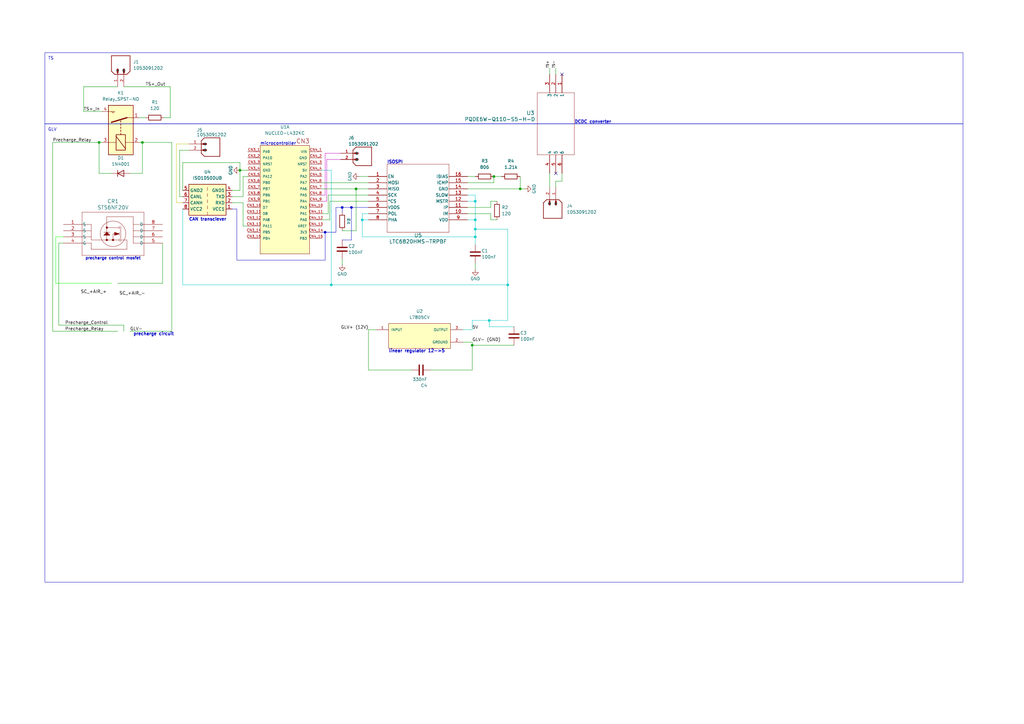
<source format=kicad_sch>
(kicad_sch (version 20230121) (generator eeschema)
  (paper "A3")
  (lib_symbols
    (symbol "1_ACC_BOARD:L7805CV" (pin_names (offset 1.016))
      (property "Reference" "U" (at -12.7 5.842 0))
      (property "Value" "L7805CV" (at -12.7 -7.62 0))
      (symbol "L7805CV_0_0"
        (rectangle (start -12.7 -5.08) (end 12.7 5.08) (stroke (width 0.1524)) (fill (type background)))
        (pin input line (at -17.78 2.54 0) (length 5.08) (name "INPUT") (number "1"))
        (pin power_in line (at 17.78 -2.54 180) (length 5.08) (name "GROUND") (number "2"))
        (pin output line (at 17.78 2.54 180) (length 5.08) (name "OUTPUT") (number "3"))
      )
    )
    (symbol "1_ACC_BOARD:LTC6820HMS-TRPBF" (pin_names (offset 0.254))
      (property "Reference" "U" (at 20.32 10.16 0))
      (property "Value" "LTC6820HMS-TRPBF" (at 20.32 7.62 0))
      (symbol "LTC6820HMS-TRPBF_0_1"
        (polyline (pts (xy 7.62 -22.86) (xy 33.02 -22.86)) (stroke (width 0.127)))
        (polyline (pts (xy 7.62 5.08) (xy 7.62 -22.86)) (stroke (width 0.127)))
        (polyline (pts (xy 33.02 -22.86) (xy 33.02 5.08)) (stroke (width 0.127)))
        (polyline (pts (xy 33.02 5.08) (xy 7.62 5.08)) (stroke (width 0.127)))
        (pin input line (at 0 0 0) (length 7.62) (name "EN") (number "1"))
        (pin bidirectional line (at 40.64 -15.24 180) (length 7.62) (name "IM") (number "10"))
        (pin bidirectional line (at 40.64 -12.7 180) (length 7.62) (name "IP") (number "11"))
        (pin input line (at 40.64 -10.16 180) (length 7.62) (name "MSTR") (number "12"))
        (pin input line (at 40.64 -7.62 180) (length 7.62) (name "SLOW") (number "13"))
        (pin power_out line (at 40.64 -5.08 180) (length 7.62) (name "GND") (number "14"))
        (pin unspecified line (at 40.64 -2.54 180) (length 7.62) (name "ICMP") (number "15"))
        (pin power_in line (at 40.64 0 180) (length 7.62) (name "IBIAS") (number "16"))
        (pin bidirectional line (at 0 -2.54 0) (length 7.62) (name "MOSI") (number "2"))
        (pin bidirectional line (at 0 -5.08 0) (length 7.62) (name "MISO") (number "3"))
        (pin bidirectional line (at 0 -7.62 0) (length 7.62) (name "SCK") (number "4"))
        (pin bidirectional line (at 0 -10.16 0) (length 7.62) (name "*CS") (number "5"))
        (pin power_in line (at 0 -12.7 0) (length 7.62) (name "VDDS") (number "6"))
        (pin input line (at 0 -15.24 0) (length 7.62) (name "POL") (number "7"))
        (pin input line (at 0 -17.78 0) (length 7.62) (name "PHA") (number "8"))
        (pin power_in line (at 40.64 -17.78 180) (length 7.62) (name "VDD") (number "9"))
      )
    )
    (symbol "1_ACC_BOARD:NUCLEO-L432KC" (pin_names (offset 1.016))
      (property "Reference" "U" (at 10.16 21.082 0))
      (property "Value" "NUCLEO-L432KC" (at -7.62 -25.4 0))
      (symbol "NUCLEO-L432KC_1_0"
        (rectangle (start -10.16 17.78) (end 10.16 -26.67) (stroke (width 0.1524)) (fill (type background)))
        (text "CN3" (at 10.16 18.542 0) (effects (font (size 1.778 1.778)) (justify right bottom)))
        (pin bidirectional line (at -15.24 15.24 0) (length 5.08) (name "PA9") (number "CN3_1"))
        (pin bidirectional line (at -15.24 -12.7 0) (length 5.08) (name "PA8") (number "CN3_12"))
        (pin bidirectional line (at -15.24 -15.24 0) (length 5.08) (name "PA11") (number "CN3_13"))
        (pin bidirectional line (at -15.24 -17.78 0) (length 5.08) (name "PB5") (number "CN3_14"))
        (pin bidirectional line (at -15.24 -20.32 0) (length 5.08) (name "PB4") (number "CN3_15"))
        (pin bidirectional line (at -15.24 12.7 0) (length 5.08) (name "PA10") (number "CN3_2"))
        (pin bidirectional line (at -15.24 5.08 0) (length 5.08) (name "PA12") (number "CN3_5"))
        (pin bidirectional line (at -15.24 2.54 0) (length 5.08) (name "PB0") (number "CN3_6"))
        (pin bidirectional line (at -15.24 0 0) (length 5.08) (name "PB7") (number "CN3_7"))
        (pin bidirectional line (at -15.24 -2.54 0) (length 5.08) (name "PB6") (number "CN3_8"))
        (pin bidirectional line (at -15.24 -5.08 0) (length 5.08) (name "PB1") (number "CN3_9"))
      )
      (symbol "NUCLEO-L432KC_1_1"
        (pin bidirectional line (at -15.24 -7.62 0) (length 5.08) (name "D7") (number "CN3_10"))
        (pin bidirectional line (at -15.24 -10.16 0) (length 5.08) (name "D8") (number "CN3_11"))
        (pin bidirectional line (at -15.24 10.16 0) (length 5.08) (name "NRST") (number "CN3_3"))
        (pin power_in line (at -15.24 7.62 0) (length 5.08) (name "GND") (number "CN3_4"))
        (pin power_in line (at 15.24 15.24 180) (length 5.08) (name "VIN") (number "CN4_1"))
        (pin bidirectional line (at 15.24 -7.62 180) (length 5.08) (name "PA3") (number "CN4_10"))
        (pin bidirectional line (at 15.24 -10.16 180) (length 5.08) (name "PA1") (number "CN4_11"))
        (pin bidirectional line (at 15.24 -12.7 180) (length 5.08) (name "PA0") (number "CN4_12"))
        (pin bidirectional line (at 15.24 -15.24 180) (length 5.08) (name "AREF") (number "CN4_13"))
        (pin power_out line (at 15.24 -17.78 180) (length 5.08) (name "3V3") (number "CN4_14"))
        (pin bidirectional line (at 15.24 -20.32 180) (length 5.08) (name "PB3") (number "CN4_15"))
        (pin power_in line (at 15.24 12.7 180) (length 5.08) (name "GND") (number "CN4_2"))
        (pin bidirectional line (at 15.24 10.16 180) (length 5.08) (name "NRST") (number "CN4_3"))
        (pin power_out line (at 15.24 7.62 180) (length 5.08) (name "5V") (number "CN4_4"))
        (pin bidirectional line (at 15.24 5.08 180) (length 5.08) (name "PA2") (number "CN4_5"))
        (pin bidirectional line (at 15.24 2.54 180) (length 5.08) (name "PA7") (number "CN4_6"))
        (pin bidirectional line (at 15.24 0 180) (length 5.08) (name "PA6") (number "CN4_7"))
        (pin bidirectional line (at 15.24 -2.54 180) (length 5.08) (name "PA5") (number "CN4_8"))
        (pin bidirectional line (at 15.24 -5.08 180) (length 5.08) (name "PA4") (number "CN4_9"))
      )
      (symbol "NUCLEO-L432KC_2_0"
        (rectangle (start -10.16 -17.78) (end 10.16 17.78) (stroke (width 0.1524)) (fill (type background)))
        (text "CN4" (at -10.16 18.542 0) (effects (font (size 1.778 1.778)) (justify left bottom)))
        (pin input line (at -15.24 7.62 0) (length 5.08) (name "VIN") (number "CN4_1"))
        (pin bidirectional line (at -15.24 -10.16 0) (length 5.08) (name "PA3") (number "CN4_10"))
        (pin bidirectional line (at -15.24 -5.08 0) (length 5.08) (name "PA1") (number "CN4_11"))
        (pin bidirectional line (at -15.24 -2.54 0) (length 5.08) (name "PA0") (number "CN4_12"))
        (pin bidirectional line (at 15.24 7.62 180) (length 5.08) (name "AREF") (number "CN4_13"))
        (pin power_in line (at 15.24 12.7 180) (length 5.08) (name "+3V3") (number "CN4_14"))
        (pin bidirectional line (at 15.24 2.54 180) (length 5.08) (name "PB3") (number "CN4_15"))
        (pin power_in line (at 15.24 -15.24 180) (length 5.08) (name "GND_CN4") (number "CN4_2"))
        (pin bidirectional line (at -15.24 2.54 0) (length 5.08) (name "NRST_CN4") (number "CN4_3"))
        (pin power_in line (at 15.24 15.24 180) (length 5.08) (name "+5V") (number "CN4_4"))
        (pin bidirectional line (at -15.24 -7.62 0) (length 5.08) (name "PA2") (number "CN4_5"))
        (pin bidirectional line (at 15.24 -10.16 180) (length 5.08) (name "PA7") (number "CN4_6"))
        (pin bidirectional line (at 15.24 -7.62 180) (length 5.08) (name "PA6") (number "CN4_7"))
        (pin bidirectional line (at 15.24 -5.08 180) (length 5.08) (name "PA5") (number "CN4_8"))
        (pin bidirectional line (at 15.24 -2.54 180) (length 5.08) (name "PA4") (number "CN4_9"))
      )
      (symbol "NUCLEO-L432KC_2_1"
        (pin bidirectional line (at 17.78 6.35 180) (length 5.08) (name "PA2") (number "-UB"))
      )
    )
    (symbol "1_ACC_BOARD:PQDE6W-Q110-S5-H-D" (pin_names (offset 0.254))
      (property "Reference" "U" (at 20.32 10.16 0))
      (property "Value" "PQDE6W-Q110-S5-H-D" (at 20.32 7.62 0))
      (symbol "PQDE6W-Q110-S5-H-D_0_1"
        (polyline (pts (xy 7.62 -10.16) (xy 33.02 -10.16)) (stroke (width 0.127)))
        (polyline (pts (xy 7.62 5.08) (xy 7.62 -10.16)) (stroke (width 0.127)))
        (polyline (pts (xy 33.02 -10.16) (xy 33.02 5.08)) (stroke (width 0.127)))
        (polyline (pts (xy 33.02 5.08) (xy 7.62 5.08)) (stroke (width 0.127)))
        (pin unspecified line (at 0 0 0) (length 7.62) (name "1") (number "1"))
        (pin unspecified line (at 0 -2.54 0) (length 7.62) (name "2") (number "2"))
        (pin unspecified line (at 0 -5.08 0) (length 7.62) (name "3") (number "3"))
        (pin unspecified line (at 40.64 -5.08 180) (length 7.62) (name "4") (number "4"))
        (pin unspecified line (at 40.64 -2.54 180) (length 7.62) (name "5") (number "5"))
        (pin unspecified line (at 40.64 0 180) (length 7.62) (name "6") (number "6"))
      )
    )
    (symbol "1_ACC_BOARD:STS6NF20V" (pin_names (offset 0.254))
      (property "Reference" "CR" (at 20.32 10.16 0))
      (property "Value" "STS6NF20V" (at 20.32 7.62 0))
      (symbol "STS6NF20V_0_1"
        (polyline (pts (xy 7.62 -12.7) (xy 33.02 -12.7)) (stroke (width 0.127)))
        (polyline (pts (xy 7.62 -5.08) (xy 11.43 -5.08)) (stroke (width 0.127)))
        (polyline (pts (xy 7.62 -2.54) (xy 11.43 -2.54)) (stroke (width 0.127)))
        (polyline (pts (xy 7.62 0) (xy 11.43 0)) (stroke (width 0.127)))
        (polyline (pts (xy 7.62 5.08) (xy 7.62 -12.7)) (stroke (width 0.127)))
        (polyline (pts (xy 11.43 -10.16) (xy 11.43 -7.62)) (stroke (width 0.127)))
        (polyline (pts (xy 11.43 -7.62) (xy 7.62 -7.62)) (stroke (width 0.127)))
        (polyline (pts (xy 11.43 -6.35) (xy 14.605 -6.35)) (stroke (width 0.127)))
        (polyline (pts (xy 11.43 0) (xy 11.43 -6.35)) (stroke (width 0.127)))
        (polyline (pts (xy 16.51 -4.445) (xy 17.78 -3.175)) (stroke (width 0.127)))
        (polyline (pts (xy 16.51 -4.445) (xy 19.05 -4.445)) (stroke (width 0.127)))
        (polyline (pts (xy 16.51 -3.175) (xy 19.05 -3.175)) (stroke (width 0.127)))
        (polyline (pts (xy 17.78 -6.35) (xy 17.78 3.175)) (stroke (width 0.127)))
        (polyline (pts (xy 17.78 3.175) (xy 28.575 3.175)) (stroke (width 0.127)))
        (polyline (pts (xy 19.05 -4.445) (xy 17.78 -3.175)) (stroke (width 0.127)))
        (polyline (pts (xy 20.32 -3.81) (xy 20.32 -6.35)) (stroke (width 0.127)))
        (polyline (pts (xy 20.32 -3.81) (xy 22.86 -3.81)) (stroke (width 0.127)))
        (polyline (pts (xy 20.955 -4.445) (xy 22.86 -3.81)) (stroke (width 0.127)))
        (polyline (pts (xy 20.955 -3.175) (xy 20.955 -4.445)) (stroke (width 0.127)))
        (polyline (pts (xy 22.86 -6.985) (xy 22.86 -5.715)) (stroke (width 0.127)))
        (polyline (pts (xy 22.86 -6.35) (xy 14.605 -6.35)) (stroke (width 0.127)))
        (polyline (pts (xy 22.86 -4.445) (xy 22.86 -3.175)) (stroke (width 0.127)))
        (polyline (pts (xy 22.86 -3.81) (xy 20.955 -3.175)) (stroke (width 0.127)))
        (polyline (pts (xy 22.86 -1.905) (xy 22.86 -0.635)) (stroke (width 0.127)))
        (polyline (pts (xy 22.86 -1.27) (xy 17.78 -1.27)) (stroke (width 0.127)))
        (polyline (pts (xy 23.495 -6.35) (xy 26.035 -6.35)) (stroke (width 0.127)))
        (polyline (pts (xy 23.495 -0.635) (xy 23.495 -6.985)) (stroke (width 0.127)))
        (polyline (pts (xy 26.035 -10.16) (xy 11.43 -10.16)) (stroke (width 0.127)))
        (polyline (pts (xy 26.035 -6.35) (xy 26.035 -10.16)) (stroke (width 0.127)))
        (polyline (pts (xy 28.575 -7.62) (xy 33.02 -7.62)) (stroke (width 0.127)))
        (polyline (pts (xy 28.575 3.175) (xy 28.575 -7.62)) (stroke (width 0.127)))
        (polyline (pts (xy 33.02 -12.7) (xy 33.02 5.08)) (stroke (width 0.127)))
        (polyline (pts (xy 33.02 -5.08) (xy 28.575 -5.08)) (stroke (width 0.127)))
        (polyline (pts (xy 33.02 -2.54) (xy 28.575 -2.54)) (stroke (width 0.127)))
        (polyline (pts (xy 33.02 0) (xy 28.575 0)) (stroke (width 0.127)))
        (polyline (pts (xy 33.02 5.08) (xy 7.62 5.08)) (stroke (width 0.127)))
        (polyline (pts (xy 16.51 -4.445) (xy 17.78 -3.175) (xy 19.05 -4.445)) (fill (type outline)))
        (polyline (pts (xy 20.955 -3.175) (xy 20.955 -4.445) (xy 22.86 -3.81)) (fill (type outline)))
        (circle (center 17.78 -6.35) (radius 0.254) (stroke (width 0.381)))
        (circle (center 17.78 -1.27) (radius 0.254) (stroke (width 0.381)))
        (circle (center 20.32 -6.35) (radius 0.254) (stroke (width 0.381)))
        (circle (center 20.32 -3.81) (radius 5.2324) (stroke (width 0.127)))
        (pin unspecified line (at 0 0 0) (length 7.62) (name "S") (number "1"))
        (pin unspecified line (at 0 -2.54 0) (length 7.62) (name "S") (number "2"))
        (pin unspecified line (at 0 -5.08 0) (length 7.62) (name "S") (number "3"))
        (pin unspecified line (at 0 -7.62 0) (length 7.62) (name "G") (number "4"))
        (pin unspecified line (at 40.64 -7.62 180) (length 7.62) (name "D") (number "5"))
        (pin unspecified line (at 40.64 -5.08 180) (length 7.62) (name "D") (number "6"))
        (pin unspecified line (at 40.64 -2.54 180) (length 7.62) (name "D") (number "7"))
        (pin unspecified line (at 40.64 0 180) (length 7.62) (name "D") (number "8"))
      )
    )
    (symbol "Device:C" (pin_numbers hide) (pin_names (offset 0.254))
      (property "Reference" "C" (at 0.635 2.54 0))
      (property "Value" "C" (at 0.635 -2.54 0))
      (symbol "C_0_1"
        (polyline (pts (xy -2.032 -0.762) (xy 2.032 -0.762)) (stroke (width 0.508)))
        (polyline (pts (xy -2.032 0.762) (xy 2.032 0.762)) (stroke (width 0.508)))
      )
      (symbol "C_1_1"
        (pin passive line (at 0 3.81 270) (length 2.794) (name "~") (number "1"))
        (pin passive line (at 0 -3.81 90) (length 2.794) (name "~") (number "2"))
      )
    )
    (symbol "Device:R" (pin_numbers hide) (pin_names (offset 0))
      (property "Reference" "R1" (at 6.35 0 90))
      (property "Value" "120" (at 3.81 0 90))
      (symbol "R_0_1"
        (rectangle (start -1.016 -2.54) (end 1.016 2.54) (stroke (width 0.254)))
      )
      (symbol "R_1_1"
        (pin passive line (at 0 -3.81 90) (length 1.27) (name "~") (number "+"))
        (pin passive line (at 0 3.81 270) (length 1.27) (name "~") (number "-"))
      )
    )
    (symbol "Diode:1N4001" (pin_numbers hide) (pin_names hide)
      (property "Reference" "D" (at 0 2.54 0))
      (property "Value" "1N4001" (at 0 -2.54 0))
      (symbol "1N4001_0_1"
        (polyline (pts (xy -1.27 1.27) (xy -1.27 -1.27)) (stroke (width 0.254)))
        (polyline (pts (xy 1.27 0) (xy -1.27 0)))
        (polyline (pts (xy 1.27 1.27) (xy 1.27 -1.27) (xy -1.27 0) (xy 1.27 1.27)) (stroke (width 0.254)))
      )
      (symbol "1N4001_1_1"
        (pin passive line (at -3.81 0 0) (length 2.54) (name "K") (number "1"))
        (pin passive line (at 3.81 0 180) (length 2.54) (name "A") (number "2"))
      )
    )
    (symbol "Interface_CAN_LIN:ISO1050DUB"
      (property "Reference" "U" (at -6.35 6.35 0))
      (property "Value" "ISO1050DUB" (at 2.54 6.35 0))
      (symbol "ISO1050DUB_0_1"
        (rectangle (start -7.62 5.08) (end 7.62 -7.62) (stroke (width 0.254)) (fill (type background)))
        (polyline (pts (xy 0 -5.08) (xy 0 -6.35)))
        (polyline (pts (xy 0 -2.54) (xy 0 -3.81)))
        (polyline (pts (xy 0 0) (xy 0 -1.27)))
        (polyline (pts (xy 0 2.54) (xy 0 1.27)))
        (polyline (pts (xy 0 5.08) (xy 0 3.81)))
      )
      (symbol "ISO1050DUB_1_1"
        (pin power_in line (at -10.16 2.54 0) (length 2.54) (name "VCC1") (number "1"))
        (pin output line (at -10.16 0 0) (length 2.54) (name "RXD") (number "2"))
        (pin input line (at -10.16 -2.54 0) (length 2.54) (name "TXD") (number "3"))
        (pin power_in line (at -10.16 -5.08 0) (length 2.54) (name "GND1") (number "4"))
        (pin power_in line (at 10.16 -5.08 180) (length 2.54) (name "GND2") (number "5"))
        (pin bidirectional line (at 10.16 -2.54 180) (length 2.54) (name "CANL") (number "6"))
        (pin bidirectional line (at 10.16 0 180) (length 2.54) (name "CANH") (number "7"))
        (pin power_in line (at 10.16 2.54 180) (length 2.54) (name "VCC2") (number "8"))
      )
    )
    (symbol "R_1" (pin_numbers hide) (pin_names (offset 0))
      (property "Reference" "R" (at 2.032 0 90))
      (property "Value" "R" (at 0 0 90))
      (symbol "R_1_0_1"
        (rectangle (start -1.016 -2.54) (end 1.016 2.54) (stroke (width 0.254)))
      )
      (symbol "R_1_1_1"
        (pin passive line (at 0 3.81 270) (length 1.27) (name "~") (number "1"))
        (pin passive line (at 0 -3.81 90) (length 1.27) (name "~") (number "2"))
      )
    )
    (symbol "R_2" (pin_numbers hide) (pin_names (offset 0))
      (property "Reference" "R" (at 2.032 0 90))
      (property "Value" "R" (at 0 0 90))
      (symbol "R_2_0_1"
        (rectangle (start -1.016 -2.54) (end 1.016 2.54) (stroke (width 0.254)))
      )
      (symbol "R_2_1_1"
        (pin passive line (at 0 3.81 270) (length 1.27) (name "~") (number "1"))
        (pin passive line (at 0 -3.81 90) (length 1.27) (name "~") (number "2"))
      )
    )
    (symbol "R_3" (pin_numbers hide) (pin_names (offset 0))
      (property "Reference" "R" (at 2.032 0 90))
      (property "Value" "R" (at 0 0 90))
      (symbol "R_3_0_1"
        (rectangle (start -1.016 -2.54) (end 1.016 2.54) (stroke (width 0.254)))
      )
      (symbol "R_3_1_1"
        (pin passive line (at 0 3.81 270) (length 1.27) (name "~") (number "1"))
        (pin passive line (at 0 -3.81 90) (length 1.27) (name "~") (number "2"))
      )
    )
    (symbol "Relay:Relay_SPST-NO"
      (property "Reference" "K1" (at 15.24 0 90))
      (property "Value" "Relay_SPST-NO" (at 12.7 0 90))
      (symbol "Relay_SPST-NO_0_0"
        (polyline (pts (xy 7.62 5.08) (xy 7.62 2.54) (xy 6.985 3.175) (xy 7.62 3.81)))
      )
      (symbol "Relay_SPST-NO_0_1"
        (rectangle (start -10.16 5.08) (end 10.16 -5.08) (stroke (width 0.254)) (fill (type background)))
        (rectangle (start -8.255 1.905) (end -1.905 -1.905) (stroke (width 0.254)))
        (polyline (pts (xy -7.62 -1.905) (xy -2.54 1.905)) (stroke (width 0.254)))
        (polyline (pts (xy -5.08 -5.08) (xy -5.08 -1.905)))
        (polyline (pts (xy -5.08 5.08) (xy -5.08 1.905)))
        (polyline (pts (xy -1.905 0) (xy -1.27 0)) (stroke (width 0.254)))
        (polyline (pts (xy -0.635 0) (xy 0 0)) (stroke (width 0.254)))
        (polyline (pts (xy 0.635 0) (xy 1.27 0)) (stroke (width 0.254)))
        (polyline (pts (xy 1.905 0) (xy 2.54 0)) (stroke (width 0.254)))
        (polyline (pts (xy 3.175 0) (xy 3.81 0)) (stroke (width 0.254)))
        (polyline (pts (xy 5.08 -2.54) (xy 3.175 3.81)) (stroke (width 0.508)))
        (polyline (pts (xy 5.08 -2.54) (xy 5.08 -5.08)))
      )
      (symbol "Relay_SPST-NO_1_1"
        (pin passive line (at 5.08 -7.62 90) (length 2.54) (name "~") (number "1"))
        (pin passive line (at -5.08 -7.62 90) (length 2.54) (name "~") (number "2"))
        (pin passive line (at -5.08 7.62 270) (length 2.54) (name "~") (number "3"))
        (pin passive line (at 7.62 7.62 270) (length 2.54) (name "~") (number "4"))
      )
    )
    (symbol "molex_1053091202:1053091202" (pin_names (offset 1.016))
      (property "Reference" "J" (at 0 3.81 0))
      (property "Value" "1053091202" (at 0 -7.62 0))
      (symbol "1053091202_0_0"
        (polyline (pts (xy 0 -3.81) (xy 1.27 -5.08)) (stroke (width 0.254)))
        (polyline (pts (xy 0 -2.54) (xy 1.905 -2.54)) (stroke (width 0.254)))
        (polyline (pts (xy 0 0) (xy 0 -3.81)) (stroke (width 0.254)))
        (polyline (pts (xy 0 0) (xy 1.905 0)) (stroke (width 0.254)))
        (polyline (pts (xy 0 1.27) (xy 0 0)) (stroke (width 0.254)))
        (polyline (pts (xy 0 1.27) (xy 1.27 2.54)) (stroke (width 0.254)))
        (polyline (pts (xy 1.27 -5.08) (xy 7.62 -5.08)) (stroke (width 0.254)))
        (polyline (pts (xy 7.62 -5.08) (xy 7.62 2.54)) (stroke (width 0.254)))
        (polyline (pts (xy 7.62 2.54) (xy 1.27 2.54)) (stroke (width 0.254)))
        (rectangle (start 0.635 -2.8575) (end 2.2225 -2.2225) (stroke (width 0.1)) (fill (type outline)))
        (rectangle (start 0.635 -0.3175) (end 2.2225 0.3175) (stroke (width 0.1)) (fill (type outline)))
        (pin passive line (at -5.08 0 0) (length 5.08) (name "1") (number "1"))
        (pin passive line (at -5.08 -2.54 0) (length 5.08) (name "2") (number "2"))
      )
    )
    (symbol "power:GND" (power) (pin_names (offset 0))
      (property "Value" "GND" (at 0 -3.81 0))
      (symbol "GND_0_1"
        (polyline (pts (xy 0 0) (xy 0 -1.27) (xy 1.27 -1.27) (xy 0 -2.54) (xy -1.27 -1.27) (xy 0 -1.27)))
      )
      (symbol "GND_1_1"
        (pin power_in line (at 0 0 270) (length 0) hide (name "GND") (number "1"))
      )
    )
  )
  (junction (at 144.145 85.09) (color 0 0 194 1))
  (junction (at 40.64 58.42))
  (junction (at 194.945 82.55) (color 0 194 194 1))
  (junction (at 140.335 85.09) (color 0 0 194 1))
  (junction (at 213.36 77.47))
  (junction (at 58.42 58.42))
  (junction (at 148.59 90.17) (color 0 194 194 1))
  (junction (at 133.35 95.25) (color 0 0 194 1))
  (junction (at 208.28 116.84) (color 0 194 194 1))
  (junction (at 98.425 69.85))
  (junction (at 193.675 141.605))
  (junction (at 200.66 131.445) (color 0 194 194 1))
  (junction (at 202.565 72.39))
  (junction (at 194.945 93.98) (color 0 194 194 1))
  (junction (at 194.945 90.17) (color 0 194 194 1))
  (junction (at 146.05 77.47))
  (junction (at 135.89 116.84) (color 0 194 194 1))
  (junction (at 194.945 97.155) (color 0 194 194 1))
  (no_connect (at 227.965 71.12))
  (no_connect (at 230.505 30.48))
  (wire (pts (xy 201.295 82.55) (xy 203.835 82.55)))
  (wire (pts (xy 72.39 59.055) (xy 77.47 59.055)) (stroke (width 0) (color 194 194 0 1)))
  (wire (pts (xy 148.59 90.17) (xy 148.59 97.155)) (stroke (width 0) (color 0 194 194 1)))
  (wire (pts (xy 97.155 85.725) (xy 97.155 106.68)) (stroke (width 0) (color 0 0 194 1)))
  (wire (pts (xy 194.945 93.98) (xy 208.28 93.98)) (stroke (width 0) (color 0 194 194 1)))
  (wire (pts (xy 58.42 71.12) (xy 58.42 58.42)))
  (wire (pts (xy 48.26 35.56) (xy 34.29 35.56)))
  (wire (pts (xy 22.86 97.155) (xy 22.86 116.205)) (stroke (width 0) (color 0 255 0 1)))
  (wire (pts (xy 193.675 151.765) (xy 193.675 141.605)))
  (wire (pts (xy 134.62 80.01) (xy 151.13 80.01)))
  (wire (pts (xy 98.425 66.675) (xy 98.425 69.85)))
  (wire (pts (xy 191.77 87.63) (xy 201.295 87.63)))
  (wire (pts (xy 135.255 90.17) (xy 132.08 90.17)))
  (wire (pts (xy 191.77 82.55) (xy 194.945 82.55)) (stroke (width 0) (color 0 194 194 1)))
  (wire (pts (xy 53.34 71.12) (xy 58.42 71.12)))
  (wire (pts (xy 202.565 72.39) (xy 205.74 72.39)))
  (wire (pts (xy 135.89 116.84) (xy 208.28 116.84)) (stroke (width 0) (color 0 194 194 1)))
  (wire (pts (xy 66.675 99.695) (xy 66.675 116.205)))
  (wire (pts (xy 50.8 35.56) (xy 69.85 35.56)))
  (wire (pts (xy 200.66 133.985) (xy 210.82 133.985)) (stroke (width 0) (color 0 194 194 1)))
  (wire (pts (xy 26.035 97.155) (xy 22.86 97.155)) (stroke (width 0) (color 0 255 0 1)))
  (wire (pts (xy 140.335 106.045) (xy 140.335 108.585)))
  (wire (pts (xy 140.335 94.615) (xy 146.05 94.615)))
  (wire (pts (xy 22.86 116.205) (xy 45.72 116.205)) (stroke (width 0) (color 0 255 0 1)))
  (wire (pts (xy 34.29 45.72) (xy 41.91 45.72)))
  (wire (pts (xy 137.795 95.25) (xy 137.795 85.09)) (stroke (width 0) (color 0 0 194 1)))
  (wire (pts (xy 191.77 80.01) (xy 194.945 80.01)) (stroke (width 0) (color 0 194 194 1)))
  (wire (pts (xy 72.39 83.185) (xy 74.93 83.185)) (stroke (width 0) (color 194 194 0 1)))
  (wire (pts (xy 58.42 58.42) (xy 57.15 58.42)))
  (wire (pts (xy 134.62 80.01) (xy 134.62 87.63)))
  (wire (pts (xy 24.13 99.695) (xy 24.13 133.35)))
  (wire (pts (xy 148.59 90.17) (xy 151.13 90.17)) (stroke (width 0) (color 0 194 194 1)))
  (wire (pts (xy 69.85 48.26) (xy 67.31 48.26)))
  (wire (pts (xy 202.565 74.93) (xy 191.77 74.93)))
  (wire (pts (xy 99.695 83.185) (xy 95.25 83.185)))
  (wire (pts (xy 132.08 77.47) (xy 146.05 77.47)))
  (wire (pts (xy 148.59 87.63) (xy 148.59 90.17)) (stroke (width 0) (color 0 194 194 1)))
  (wire (pts (xy 50.8 133.35) (xy 50.8 135.89)))
  (wire (pts (xy 151.13 82.55) (xy 135.255 82.55)))
  (wire (pts (xy 191.77 72.39) (xy 194.945 72.39)))
  (wire (pts (xy 148.59 97.155) (xy 194.945 97.155)) (stroke (width 0) (color 0 194 194 1)))
  (wire (pts (xy 132.08 74.93) (xy 151.13 74.93)))
  (wire (pts (xy 133.985 82.55) (xy 132.08 82.55)) (stroke (width 0) (color 194 0 194 1)))
  (wire (pts (xy 200.66 131.445) (xy 193.675 131.445)) (stroke (width 0) (color 0 194 194 1)))
  (wire (pts (xy 146.05 77.47) (xy 146.05 94.615)))
  (wire (pts (xy 135.89 69.85) (xy 135.89 116.84)) (stroke (width 0) (color 0 194 194 1)))
  (wire (pts (xy 132.08 95.25) (xy 133.35 95.25)) (stroke (width 0) (color 0 0 194 1)))
  (wire (pts (xy 40.64 58.42) (xy 41.91 58.42)))
  (wire (pts (xy 194.945 82.55) (xy 194.945 90.17)) (stroke (width 0) (color 0 194 194 1)))
  (wire (pts (xy 133.35 80.01) (xy 132.08 80.01)) (stroke (width 0) (color 194 0 194 1)))
  (wire (pts (xy 74.93 85.725) (xy 74.93 116.84)) (stroke (width 0) (color 0 194 194 1)))
  (wire (pts (xy 225.425 71.12) (xy 225.425 76.835)))
  (wire (pts (xy 201.295 85.09) (xy 201.295 82.55)))
  (wire (pts (xy 202.565 72.39) (xy 202.565 74.93)))
  (wire (pts (xy 72.39 83.185) (xy 72.39 59.055)) (stroke (width 0) (color 194 194 0 1)))
  (wire (pts (xy 194.945 80.01) (xy 194.945 82.55)) (stroke (width 0) (color 0 194 194 1)))
  (wire (pts (xy 193.675 131.445) (xy 193.675 135.255)) (stroke (width 0) (color 0 194 194 1)))
  (wire (pts (xy 144.145 98.425) (xy 144.145 85.09)) (stroke (width 0) (color 0 0 194 1)))
  (wire (pts (xy 193.675 141.605) (xy 193.675 140.335)))
  (wire (pts (xy 230.505 74.295) (xy 230.505 71.12)))
  (wire (pts (xy 133.985 65.405) (xy 133.985 82.55)) (stroke (width 0) (color 194 0 194 1)))
  (wire (pts (xy 97.155 106.68) (xy 133.35 106.68)) (stroke (width 0) (color 0 0 194 1)))
  (wire (pts (xy 225.425 27.94) (xy 225.425 30.48)))
  (wire (pts (xy 213.36 72.39) (xy 213.36 77.47)))
  (wire (pts (xy 26.035 99.695) (xy 24.13 99.695)))
  (wire (pts (xy 74.93 66.675) (xy 98.425 66.675)))
  (wire (pts (xy 201.295 85.09) (xy 191.77 85.09)))
  (wire (pts (xy 144.145 85.09) (xy 140.335 85.09)) (stroke (width 0) (color 0 0 194 1)))
  (wire (pts (xy 70.485 58.42) (xy 70.485 135.89)))
  (wire (pts (xy 74.93 80.645) (xy 73.66 80.645)))
  (wire (pts (xy 70.485 58.42) (xy 58.42 58.42)))
  (wire (pts (xy 95.25 78.105) (xy 98.425 78.105)))
  (wire (pts (xy 53.34 135.89) (xy 70.485 135.89)))
  (wire (pts (xy 98.425 69.85) (xy 101.6 69.85)))
  (wire (pts (xy 139.7 65.405) (xy 133.985 65.405)) (stroke (width 0) (color 194 0 194 1)))
  (wire (pts (xy 140.335 98.425) (xy 144.145 98.425)) (stroke (width 0) (color 0 0 194 1)))
  (wire (pts (xy 151.13 85.09) (xy 144.145 85.09)) (stroke (width 0) (color 0 0 194 1)))
  (wire (pts (xy 21.59 58.42) (xy 40.64 58.42)))
  (wire (pts (xy 134.62 87.63) (xy 132.08 87.63)))
  (wire (pts (xy 40.64 71.12) (xy 45.72 71.12)))
  (wire (pts (xy 74.93 78.105) (xy 74.93 66.675)))
  (wire (pts (xy 194.945 97.155) (xy 194.945 100.33)) (stroke (width 0) (color 0 194 194 1)))
  (wire (pts (xy 48.26 135.89) (xy 21.59 135.89)))
  (wire (pts (xy 95.25 85.725) (xy 97.155 85.725)) (stroke (width 0) (color 0 0 194 1)))
  (wire (pts (xy 140.335 85.09) (xy 137.795 85.09)) (stroke (width 0) (color 0 0 194 1)))
  (wire (pts (xy 208.28 116.84) (xy 208.28 131.445)) (stroke (width 0) (color 0 194 194 1)))
  (wire (pts (xy 147.32 72.39) (xy 151.13 72.39)))
  (wire (pts (xy 135.255 82.55) (xy 135.255 90.17)))
  (wire (pts (xy 213.36 77.47) (xy 215.265 77.47)))
  (wire (pts (xy 133.35 95.25) (xy 137.795 95.25)) (stroke (width 0) (color 0 0 194 1)))
  (wire (pts (xy 99.695 72.39) (xy 101.6 72.39)))
  (wire (pts (xy 74.93 116.84) (xy 135.89 116.84)) (stroke (width 0) (color 0 194 194 1)))
  (wire (pts (xy 200.66 133.985) (xy 200.66 131.445)) (stroke (width 0) (color 0 194 194 1)))
  (wire (pts (xy 21.59 58.42) (xy 21.59 135.89)))
  (wire (pts (xy 59.69 48.26) (xy 57.15 48.26)))
  (wire (pts (xy 69.85 35.56) (xy 69.85 48.26)))
  (wire (pts (xy 40.64 58.42) (xy 40.64 71.12)))
  (wire (pts (xy 194.945 107.95) (xy 194.945 110.49)))
  (wire (pts (xy 146.05 77.47) (xy 151.13 77.47)))
  (wire (pts (xy 189.865 135.255) (xy 193.675 135.255)) (stroke (width 0) (color 0 194 194 1)))
  (wire (pts (xy 73.66 61.595) (xy 77.47 61.595)))
  (wire (pts (xy 139.7 62.865) (xy 133.35 62.865)) (stroke (width 0) (color 194 0 194 1)))
  (wire (pts (xy 191.77 77.47) (xy 213.36 77.47)))
  (wire (pts (xy 210.82 141.605) (xy 193.675 141.605)))
  (wire (pts (xy 101.6 92.71) (xy 99.695 92.71)))
  (wire (pts (xy 208.28 93.98) (xy 208.28 116.84)) (stroke (width 0) (color 0 194 194 1)))
  (wire (pts (xy 227.965 74.295) (xy 230.505 74.295)))
  (wire (pts (xy 99.695 92.71) (xy 99.695 83.185)))
  (wire (pts (xy 191.77 90.17) (xy 194.945 90.17)) (stroke (width 0) (color 0 194 194 1)))
  (wire (pts (xy 227.965 76.835) (xy 227.965 74.295)))
  (wire (pts (xy 194.945 97.155) (xy 194.945 93.98)) (stroke (width 0) (color 0 194 194 1)))
  (wire (pts (xy 132.08 69.85) (xy 135.89 69.85)) (stroke (width 0) (color 0 194 194 1)))
  (wire (pts (xy 151.13 135.255) (xy 154.305 135.255)))
  (wire (pts (xy 168.91 151.765) (xy 151.13 151.765)))
  (wire (pts (xy 189.865 140.335) (xy 193.675 140.335)))
  (wire (pts (xy 201.295 90.17) (xy 203.835 90.17)))
  (wire (pts (xy 140.335 85.09) (xy 140.335 86.995)) (stroke (width 0) (color 0 0 194 1)))
  (wire (pts (xy 151.13 151.765) (xy 151.13 135.255)))
  (wire (pts (xy 151.13 87.63) (xy 148.59 87.63)) (stroke (width 0) (color 0 194 194 1)))
  (wire (pts (xy 133.35 106.68) (xy 133.35 95.25)) (stroke (width 0) (color 0 0 194 1)))
  (wire (pts (xy 194.945 93.98) (xy 194.945 90.17)) (stroke (width 0) (color 0 194 194 1)))
  (wire (pts (xy 98.425 78.105) (xy 98.425 69.85)))
  (wire (pts (xy 99.695 80.645) (xy 95.25 80.645)))
  (wire (pts (xy 201.295 87.63) (xy 201.295 90.17)))
  (wire (pts (xy 99.695 72.39) (xy 99.695 80.645)))
  (wire (pts (xy 66.675 116.205) (xy 48.26 116.205)))
  (wire (pts (xy 73.66 80.645) (xy 73.66 61.595)))
  (wire (pts (xy 176.53 151.765) (xy 193.675 151.765)))
  (wire (pts (xy 133.35 62.865) (xy 133.35 80.01)) (stroke (width 0) (color 194 0 194 1)))
  (wire (pts (xy 24.13 133.35) (xy 50.8 133.35)))
  (wire (pts (xy 227.965 27.94) (xy 227.965 30.48)))
  (wire (pts (xy 208.28 131.445) (xy 200.66 131.445)) (stroke (width 0) (color 0 194 194 1)))
  (wire (pts (xy 34.29 35.56) (xy 34.29 45.72)))
  (rectangle (start 18.415 21.59) (end 394.97 50.8))
  (rectangle (start 18.415 50.8) (end 394.97 238.76))
  (text "GLV" (at 19.685 53.975 0) (effects (font (size 1.27 1.27)) (justify left bottom)))
  (text "ISOSPI" (at 158.75 67.31 0) (effects (font (size 1.27 1.27) (thickness 0.254) bold) (justify left bottom)))
  (text "precharge control mosfet" (at 34.925 106.68 0) (effects (font (size 1.17 1.17) bold) (justify left bottom)))
  (text "TS" (at 19.685 24.765 0) (effects (font (size 1.27 1.27)) (justify left bottom)))
  (text "linear regulator 12->5" (at 159.385 144.78 0) (effects (font (size 1.27 1.27) (thickness 0.254) bold) (justify left bottom)))
  (text "microcontroller" (at 106.68 59.69 0) (effects (font (size 1.27 1.27) (thickness 0.2) bold) (justify left bottom)))
  (text "CAN transciever" (at 77.47 90.805 0) (effects (font (size 1.27 1.27) (thickness 0.254) bold) (justify left bottom)))
  (text "DCDC converter" (at 235.585 50.8 0) (effects (font (size 1.27 1.27) (thickness 0.254) bold) (justify left bottom)))
  (text "precharge circuit" (at 54.61 137.795 0) (effects (font (size 1.27 1.27) (thickness 0.254) bold) (justify left bottom)))
  (label "Precharge_Relay" (at 26.67 135.89 0))
  (label "5V" (at 193.675 135.255 0))
  (label "TS+_In" (at 34.29 45.72 0))
  (label "GLV-" (at 53.34 135.89 0))
  (label "SC_+AIR_-" (at 48.895 121.285 0))
  (label "TS+_Out" (at 59.69 35.56 0))
  (label "TS+" (at 225.425 27.94 90) (effects (font (size 1 1))))
  (label "Precharge_Control" (at 26.67 133.35 0))
  (label "TS-" (at 227.965 27.94 90) (effects (font (size 1 1))))
  (label "SC_+AIR_+" (at 43.815 120.65 180))
  (label "GLV+ (12V)" (at 151.13 135.255 180))
  (label "Precharge_Relay" (at 21.59 58.42 0))
  (label "GLV- (GND)" (at 193.675 140.335 0))
  (symbol (lib_name "R_3") (lib_id "Device:R") (at 140.335 90.805 180) (unit 1)
    (property "Reference" "R5" (at 142.24 90.1699 0) (effects (font (size 0.75 0.75)) (justify right)))
    (property "Value" "2k" (at 142.24 91.4399 0) (effects (font (size 0.75 0.75)) (justify right)))
    (property "Footprint" "Resistor_THT:R_Axial_DIN0207_L6.3mm_D2.5mm_P10.16mm_Horizontal" (effects hide))
  )
  (symbol (lib_id "Device:R") (at 63.5 48.26 90) (unit 1)
    (property "Reference" "R1" (at 63.5 41.91 90))
    (property "Value" "120" (at 63.5 44.45 90))
    (property "Footprint" "Resistor_THT:R_Axial_DIN0207_L6.3mm_D2.5mm_P10.16mm_Horizontal" (effects hide))
  )
  (symbol (lib_id "1_ACC_BOARD:LTC6820HMS-TRPBF") (at 151.13 72.39 0) (unit 1)
    (property "Reference" "U5" (at 171.45 96.52 0) (effects (font (size 1.524 1.524))))
    (property "Value" "LTC6820HMS-TRPBF" (at 171.45 99.06 0) (effects (font (size 1.524 1.524))))
    (property "Footprint" "1FS_2_Global_Footprint_Library:MS_05-08-1669_ADI" (effects hide))
    (property "Datasheet" "LTC6820HMS-TRPBF" (effects hide))
  )
  (symbol (lib_name "R_1") (lib_id "Device:R") (at 203.835 86.36 180) (unit 1)
    (property "Reference" "R2" (at 205.74 85.09 0) (effects (justify right)))
    (property "Value" "120" (at 205.74 87.63 0) (effects (justify right)))
    (property "Footprint" "Resistor_THT:R_Axial_DIN0207_L6.3mm_D2.5mm_P10.16mm_Horizontal" (effects hide))
  )
  (symbol (lib_id "power:GND") (at 147.32 72.39 270) (unit 1)
    (property "Reference" "#PWR03" (effects hide))
    (property "Value" "GND" (at 143.51 72.39 0))
  )
  (symbol (lib_id "Device:C") (at 194.945 104.14 180) (unit 1)
    (property "Reference" "C1" (at 197.485 102.87 0) (effects (justify right)))
    (property "Value" "100nF" (at 197.485 105.41 0) (effects (justify right)))
    (property "Footprint" "1FS_2_Global_Footprint_Library:Basic 2 Hole" (effects hide))
  )
  (symbol (lib_id "Device:C") (at 210.82 137.795 180) (unit 1)
    (property "Reference" "C3" (at 213.36 136.525 0) (effects (justify right)))
    (property "Value" "100nF" (at 213.36 139.065 0) (effects (justify right)))
    (property "Footprint" "1FS_2_Global_Footprint_Library:Basic 2 Hole" (effects hide))
  )
  (symbol (lib_name "R_3") (lib_id "Device:R") (at 209.55 72.39 90) (unit 1)
    (property "Reference" "R4" (at 209.55 66.04 90))
    (property "Value" "1.21k" (at 209.55 68.58 90))
    (property "Footprint" "Resistor_THT:R_Axial_DIN0207_L6.3mm_D2.5mm_P10.16mm_Horizontal" (effects hide))
  )
  (symbol (lib_id "1_ACC_BOARD:STS6NF20V") (at 26.035 92.075 0) (unit 1)
    (property "Reference" "CR1" (at 46.355 82.55 0) (effects (font (size 1.524 1.524))))
    (property "Value" "STS6NF20V" (at 46.355 85.09 0) (effects (font (size 1.524 1.524))))
    (property "Footprint" "1FS_2_Global_Footprint_Library:SO-8_STM" (effects hide))
    (property "Datasheet" "STS6NF20V" (effects hide))
  )
  (symbol (lib_id "power:GND") (at 215.265 77.47 90) (unit 1)
    (property "Reference" "#PWR02" (effects hide))
    (property "Value" "GND" (at 219.075 77.47 0))
  )
  (symbol (lib_id "Interface_CAN_LIN:ISO1050DUB") (at 85.09 83.185 180) (unit 1)
    (property "Reference" "U4" (at 85.09 70.485 0))
    (property "Value" "ISO1050DUB" (at 85.09 73.025 0))
    (property "Footprint" "Package_SO:SOP-8_6.62x9.15mm_P2.54mm" (effects hide))
    (property "Datasheet" "http://www.ti.com/lit/ds/symlink/iso1050.pdf" (effects hide))
  )
  (symbol (lib_id "molex_1053091202:1053091202") (at 144.78 62.865 0) (unit 1)
    (property "Reference" "J6" (at 142.875 56.515 0) (effects (justify left)))
    (property "Value" "1053091202" (at 142.875 59.055 0) (effects (justify left)))
    (property "Footprint" "1FS_2_Global_Footprint_Library:MOLEX_1053091202" (effects hide))
    (property "PARTREV" "H" (effects hide))
    (property "STANDARD" "Manufacturer Recommendations" (effects hide))
    (property "MAXIMUM_PACKAGE_HEIGHT" "10.51 mm" (effects hide))
    (property "MANUFACTURER" "Molex" (effects hide))
  )
  (symbol (lib_id "1_ACC_BOARD:NUCLEO-L432KC") (at 116.84 77.47 0) (unit 1)
    (property "Reference" "U1" (at 116.84 52.07 0))
    (property "Value" "NUCLEO-L432KC" (at 116.84 54.61 0))
    (property "Footprint" "NUCLEO-L432KC:MODULE_NUCLEO-L432KC" (effects hide))
    (property "PARTREV" "N/A" (effects hide))
    (property "STANDARD" "Manufacturer Recommendations" (effects hide))
    (property "MAXIMUM_PACKAGE_HEIGHT" "N/A" (effects hide))
    (property "MANUFACTURER" "ST Microelectronics" (effects hide))
  )
  (symbol (lib_name "R_2") (lib_id "Device:R") (at 198.755 72.39 90) (unit 1)
    (property "Reference" "R3" (at 198.755 66.04 90))
    (property "Value" "806" (at 198.755 68.58 90))
    (property "Footprint" "Resistor_THT:R_Axial_DIN0207_L6.3mm_D2.5mm_P10.16mm_Horizontal" (effects hide))
  )
  (symbol (lib_id "power:GND") (at 140.335 108.585 0) (unit 1)
    (property "Reference" "#PWR04" (effects hide))
    (property "Value" "GND" (at 140.335 112.395 0))
  )
  (symbol (lib_id "molex_1053091202:1053091202") (at 227.965 81.915 270) (unit 1)
    (property "Reference" "J4" (at 232.41 84.455 90) (effects (justify left)))
    (property "Value" "1053091202" (at 232.41 86.995 90) (effects (justify left)))
    (property "Footprint" "1FS_2_Global_Footprint_Library:MOLEX_1053091202" (effects hide))
    (property "PARTREV" "H" (effects hide))
    (property "STANDARD" "Manufacturer Recommendations" (effects hide))
    (property "MAXIMUM_PACKAGE_HEIGHT" "10.51 mm" (effects hide))
    (property "MANUFACTURER" "Molex" (effects hide))
  )
  (symbol (lib_id "power:GND") (at 194.945 110.49 0) (unit 1)
    (property "Reference" "#PWR01" (effects hide))
    (property "Value" "GND" (at 194.945 114.3 0))
  )
  (symbol (lib_id "molex_1053091202:1053091202") (at 82.55 59.055 0) (unit 1)
    (property "Reference" "J5" (at 80.645 53.34 0) (effects (justify left)))
    (property "Value" "1053091202" (at 80.645 55.245 0) (effects (justify left)))
    (property "Footprint" "1FS_2_Global_Footprint_Library:MOLEX_1053091202" (effects hide))
    (property "PARTREV" "H" (effects hide))
    (property "STANDARD" "Manufacturer Recommendations" (effects hide))
    (property "MAXIMUM_PACKAGE_HEIGHT" "10.51 mm" (effects hide))
    (property "MANUFACTURER" "Molex" (effects hide))
  )
  (symbol (lib_id "Device:C") (at 140.335 102.235 180) (unit 1)
    (property "Reference" "C2" (at 142.875 100.965 0) (effects (justify right)))
    (property "Value" "100nF" (at 142.875 103.505 0) (effects (justify right)))
    (property "Footprint" "1FS_2_Global_Footprint_Library:Basic 2 Hole" (effects hide))
  )
  (symbol (lib_id "Device:C") (at 172.72 151.765 270) (unit 1)
    (property "Reference" "C4" (at 175.26 158.115 90) (effects (justify right)))
    (property "Value" "330nF" (at 175.26 155.575 90) (effects (justify right)))
    (property "Footprint" "1FS_2_Global_Footprint_Library:Basic 2 Hole" (effects hide))
  )
  (symbol (lib_id "Diode:1N4001") (at 49.53 71.12 0) (unit 1)
    (property "Reference" "D1" (at 49.53 64.77 0))
    (property "Value" "1N4001" (at 49.53 67.31 0))
    (property "Footprint" "Diode_THT:D_DO-41_SOD81_P10.16mm_Horizontal" (effects hide))
    (property "Datasheet" "http://www.vishay.com/docs/88503/1n4001.pdf" (effects hide))
    (property "Sim.Device" "D" (effects hide))
    (property "Sim.Pins" "1=K 2=A" (effects hide))
  )
  (symbol (lib_id "1_ACC_BOARD:PQDE6W-Q110-S5-H-D") (at 230.505 30.48 270) (unit 1)
    (property "Reference" "U3" (at 215.9 46.355 90) (effects (font (size 1.524 1.524)) (justify left)))
    (property "Value" "PQDE6W-Q110-S5-H-D" (at 190.5 48.895 90) (effects (font (size 1.524 1.524)) (justify left)))
    (property "Footprint" "1FS_2_Global_Footprint_Library:PQDE6W-Q110-S5-H-D_CUI" (effects hide))
    (property "Datasheet" "PQDE6W-Q110-S5-H-D" (effects hide))
  )
  (symbol (lib_id "molex_1053091202:1053091202") (at 48.26 30.48 90) (unit 1)
    (property "Reference" "J1" (at 54.61 25.4 90) (effects (justify right)))
    (property "Value" "1053091202" (at 54.61 27.94 90) (effects (justify right)))
    (property "Footprint" "1FS_2_Global_Footprint_Library:MOLEX_1053091202" (effects hide))
    (property "PARTREV" "H" (effects hide))
    (property "STANDARD" "Manufacturer Recommendations" (effects hide))
    (property "MAXIMUM_PACKAGE_HEIGHT" "10.51 mm" (effects hide))
    (property "MANUFACTURER" "Molex" (effects hide))
  )
  (symbol (lib_id "power:GND") (at 98.425 69.85 270) (unit 1)
    (property "Reference" "#PWR05" (effects hide))
    (property "Value" "GND" (at 94.615 69.85 0))
  )
  (symbol (lib_id "1_ACC_BOARD:L7805CV") (at 172.085 137.795 0) (unit 1)
    (property "Reference" "U2" (at 172.085 127.635 0))
    (property "Value" "L7805CV" (at 172.085 130.175 0))
    (property "Footprint" "1FS_2_Global_Footprint_Library:TO255P1040X460X1968-3" (effects hide))
    (property "PARTREV" "36" (effects hide))
    (property "STANDARD" "IPC-7351B" (effects hide))
    (property "MANUFACTURER" "STMicroelectronics" (effects hide))
  )
  (symbol (lib_id "Relay:Relay_SPST-NO") (at 49.53 53.34 90) (unit 1)
    (property "Reference" "K1" (at 49.53 38.1 90))
    (property "Value" "Relay_SPST-NO" (at 49.53 40.64 90))
    (property "Footprint" "1FS_2_Global_Footprint_Library:G5PZ-1A-X DC12" (effects hide))
  )
)
</source>
